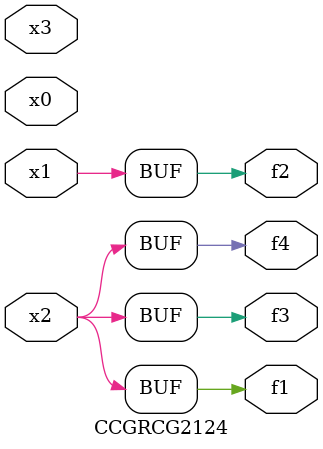
<source format=v>
module CCGRCG2124(
	input x0, x1, x2, x3,
	output f1, f2, f3, f4
);
	assign f1 = x2;
	assign f2 = x1;
	assign f3 = x2;
	assign f4 = x2;
endmodule

</source>
